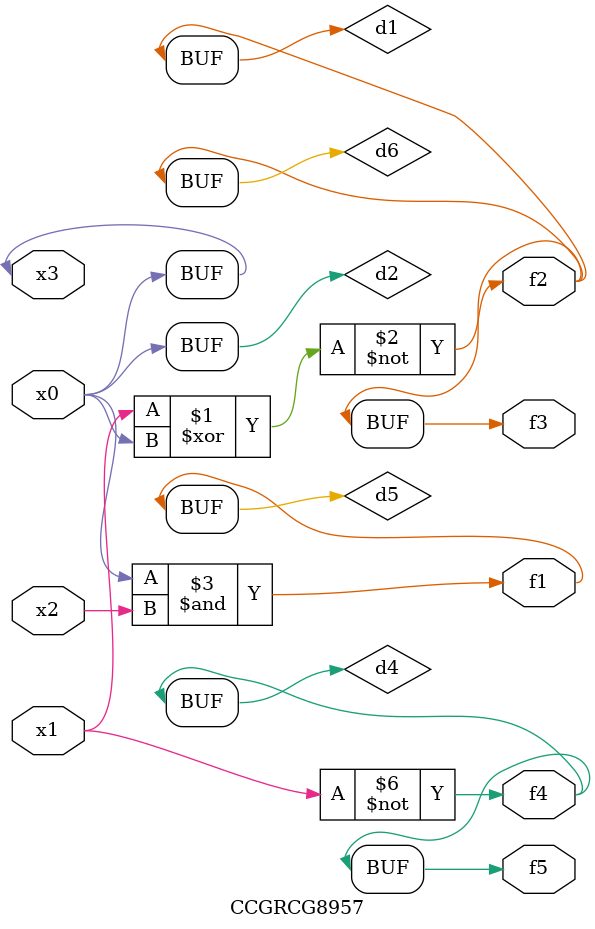
<source format=v>
module CCGRCG8957(
	input x0, x1, x2, x3,
	output f1, f2, f3, f4, f5
);

	wire d1, d2, d3, d4, d5, d6;

	xnor (d1, x1, x3);
	buf (d2, x0, x3);
	nand (d3, x0, x2);
	not (d4, x1);
	nand (d5, d3);
	or (d6, d1);
	assign f1 = d5;
	assign f2 = d6;
	assign f3 = d6;
	assign f4 = d4;
	assign f5 = d4;
endmodule

</source>
